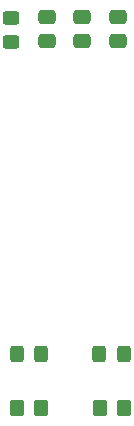
<source format=gbr>
%TF.GenerationSoftware,KiCad,Pcbnew,8.0.1*%
%TF.CreationDate,2024-05-22T11:11:13+02:00*%
%TF.ProjectId,Slave,536c6176-652e-46b6-9963-61645f706362,rev?*%
%TF.SameCoordinates,Original*%
%TF.FileFunction,Paste,Top*%
%TF.FilePolarity,Positive*%
%FSLAX46Y46*%
G04 Gerber Fmt 4.6, Leading zero omitted, Abs format (unit mm)*
G04 Created by KiCad (PCBNEW 8.0.1) date 2024-05-22 11:11:13*
%MOMM*%
%LPD*%
G01*
G04 APERTURE LIST*
G04 Aperture macros list*
%AMRoundRect*
0 Rectangle with rounded corners*
0 $1 Rounding radius*
0 $2 $3 $4 $5 $6 $7 $8 $9 X,Y pos of 4 corners*
0 Add a 4 corners polygon primitive as box body*
4,1,4,$2,$3,$4,$5,$6,$7,$8,$9,$2,$3,0*
0 Add four circle primitives for the rounded corners*
1,1,$1+$1,$2,$3*
1,1,$1+$1,$4,$5*
1,1,$1+$1,$6,$7*
1,1,$1+$1,$8,$9*
0 Add four rect primitives between the rounded corners*
20,1,$1+$1,$2,$3,$4,$5,0*
20,1,$1+$1,$4,$5,$6,$7,0*
20,1,$1+$1,$6,$7,$8,$9,0*
20,1,$1+$1,$8,$9,$2,$3,0*%
G04 Aperture macros list end*
%ADD10RoundRect,0.250000X0.325000X0.450000X-0.325000X0.450000X-0.325000X-0.450000X0.325000X-0.450000X0*%
%ADD11RoundRect,0.250000X-0.475000X0.337500X-0.475000X-0.337500X0.475000X-0.337500X0.475000X0.337500X0*%
%ADD12RoundRect,0.250000X0.350000X0.450000X-0.350000X0.450000X-0.350000X-0.450000X0.350000X-0.450000X0*%
%ADD13RoundRect,0.250000X-0.350000X-0.450000X0.350000X-0.450000X0.350000X0.450000X-0.350000X0.450000X0*%
%ADD14RoundRect,0.250000X0.450000X-0.325000X0.450000X0.325000X-0.450000X0.325000X-0.450000X-0.325000X0*%
G04 APERTURE END LIST*
D10*
%TO.C,CAN Led*%
X151500000Y-94000000D03*
X149450000Y-94000000D03*
%TD*%
D11*
%TO.C,C1*%
X151000000Y-65425000D03*
X151000000Y-67500000D03*
%TD*%
D12*
%TO.C,R2*%
X151500000Y-98500000D03*
X149500000Y-98500000D03*
%TD*%
D11*
%TO.C,C2*%
X148000000Y-65425000D03*
X148000000Y-67500000D03*
%TD*%
D10*
%TO.C,RFID Led*%
X144500000Y-94000000D03*
X142450000Y-94000000D03*
%TD*%
D13*
%TO.C,R1*%
X142500000Y-98500000D03*
X144500000Y-98500000D03*
%TD*%
D11*
%TO.C,C3*%
X145000000Y-65425000D03*
X145000000Y-67500000D03*
%TD*%
D14*
%TO.C,D1*%
X142000000Y-67550000D03*
X142000000Y-65500000D03*
%TD*%
M02*

</source>
